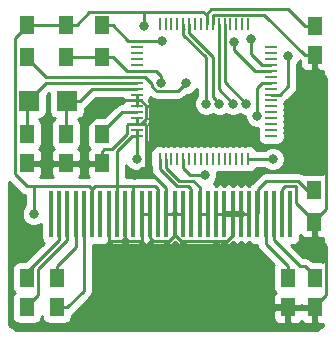
<source format=gtl>
G04 #@! TF.FileFunction,Copper,L1,Top,Signal*
%FSLAX46Y46*%
G04 Gerber Fmt 4.6, Leading zero omitted, Abs format (unit mm)*
G04 Created by KiCad (PCBNEW 4.0.7-e2-6376~58~ubuntu16.04.1) date Thu May  3 17:24:01 2018*
%MOMM*%
%LPD*%
G01*
G04 APERTURE LIST*
%ADD10C,0.100000*%
%ADD11R,0.350000X4.000000*%
%ADD12R,1.250000X1.500000*%
%ADD13R,1.300000X1.500000*%
%ADD14R,1.000000X0.250000*%
%ADD15R,0.250000X1.000000*%
%ADD16R,1.750000X1.800000*%
%ADD17C,0.800000*%
%ADD18C,0.250000*%
%ADD19C,0.254000*%
G04 APERTURE END LIST*
D10*
D11*
X99450000Y-106650000D03*
X100150000Y-106650000D03*
X100850000Y-106650000D03*
X101550000Y-106650000D03*
X102250000Y-106650000D03*
X102950000Y-106650000D03*
X103650000Y-106650000D03*
X104350000Y-106650000D03*
X105050000Y-106650000D03*
X105750000Y-106650000D03*
X106450000Y-106650000D03*
X107150000Y-106650000D03*
X107850000Y-106650000D03*
X108550000Y-106650000D03*
X109250000Y-106650000D03*
X109950000Y-106650000D03*
X110650000Y-106650000D03*
X111350000Y-106650000D03*
X112050000Y-106650000D03*
X112750000Y-106650000D03*
X113450000Y-106650000D03*
X114150000Y-106650000D03*
X114850000Y-106650000D03*
X115550000Y-106650000D03*
X116250000Y-106650000D03*
X116950000Y-106650000D03*
X117650000Y-106650000D03*
X118350000Y-106650000D03*
X119050000Y-106650000D03*
X119750000Y-106650000D03*
D12*
X97434000Y-112074000D03*
X97434000Y-114574000D03*
X103784000Y-99882000D03*
X103784000Y-102382000D03*
X121818000Y-90718000D03*
X121818000Y-93218000D03*
X97434000Y-99882000D03*
X97434000Y-102382000D03*
X100736000Y-99882000D03*
X100736000Y-102382000D03*
X99974000Y-112074000D03*
X99974000Y-114574000D03*
X119532000Y-112074000D03*
X119532000Y-114574000D03*
X121818000Y-112074000D03*
X121818000Y-114574000D03*
D13*
X97434000Y-90638000D03*
X97434000Y-93338000D03*
X100736000Y-90638000D03*
X100736000Y-93338000D03*
X103784000Y-93338000D03*
X103784000Y-90638000D03*
X121750000Y-104650000D03*
X121750000Y-107350000D03*
D14*
X106720000Y-92556000D03*
X106720000Y-93056000D03*
X106720000Y-93556000D03*
X106720000Y-94056000D03*
X106720000Y-94556000D03*
X106720000Y-95056000D03*
X106720000Y-95556000D03*
X106720000Y-96056000D03*
X106720000Y-96556000D03*
X106720000Y-97056000D03*
X106720000Y-97556000D03*
X106720000Y-98056000D03*
X106720000Y-98556000D03*
X106720000Y-99056000D03*
X106720000Y-99556000D03*
X106720000Y-100056000D03*
D15*
X108670000Y-102006000D03*
X109170000Y-102006000D03*
X109670000Y-102006000D03*
X110170000Y-102006000D03*
X110670000Y-102006000D03*
X111170000Y-102006000D03*
X111670000Y-102006000D03*
X112170000Y-102006000D03*
X112670000Y-102006000D03*
X113170000Y-102006000D03*
X113670000Y-102006000D03*
X114170000Y-102006000D03*
X114670000Y-102006000D03*
X115170000Y-102006000D03*
X115670000Y-102006000D03*
X116170000Y-102006000D03*
D14*
X118120000Y-100056000D03*
X118120000Y-99556000D03*
X118120000Y-99056000D03*
X118120000Y-98556000D03*
X118120000Y-98056000D03*
X118120000Y-97556000D03*
X118120000Y-97056000D03*
X118120000Y-96556000D03*
X118120000Y-96056000D03*
X118120000Y-95556000D03*
X118120000Y-95056000D03*
X118120000Y-94556000D03*
X118120000Y-94056000D03*
X118120000Y-93556000D03*
X118120000Y-93056000D03*
X118120000Y-92556000D03*
D15*
X116170000Y-90606000D03*
X115670000Y-90606000D03*
X115170000Y-90606000D03*
X114670000Y-90606000D03*
X114170000Y-90606000D03*
X113670000Y-90606000D03*
X113170000Y-90606000D03*
X112670000Y-90606000D03*
X112170000Y-90606000D03*
X111670000Y-90606000D03*
X111170000Y-90606000D03*
X110670000Y-90606000D03*
X110170000Y-90606000D03*
X109670000Y-90606000D03*
X109170000Y-90606000D03*
X108670000Y-90606000D03*
D16*
X97587000Y-97068000D03*
X100837000Y-97068000D03*
D17*
X106598600Y-103333800D03*
X117393600Y-114408200D03*
X120949600Y-97796600D03*
X120949600Y-102648000D03*
X99029400Y-99676200D03*
X107386000Y-90710000D03*
X106725600Y-102013000D03*
X98013400Y-106635800D03*
X115006000Y-92107000D03*
X116403000Y-91853000D03*
X108910000Y-91980000D03*
X110942000Y-95536000D03*
X108783000Y-95536000D03*
X112516800Y-103333800D03*
X118257200Y-102013000D03*
X119578000Y-93250000D03*
X116911000Y-98330000D03*
X113736000Y-97314000D03*
X114879000Y-97314000D03*
X112593000Y-97314000D03*
X116022000Y-97314000D03*
D18*
X100736000Y-102382000D02*
X102250000Y-102382000D01*
X102250000Y-102382000D02*
X103784000Y-102382000D01*
X106720000Y-97056000D02*
X104649998Y-97056000D01*
X104649998Y-97056000D02*
X102250000Y-99455998D01*
X102250000Y-99455998D02*
X102250000Y-102382000D01*
X121818000Y-93218000D02*
X120943000Y-93218000D01*
X120943000Y-93218000D02*
X117505999Y-89780999D01*
X117505999Y-89780999D02*
X113245001Y-89780999D01*
X113245001Y-89780999D02*
X113170000Y-89856000D01*
X113170000Y-89856000D02*
X113170000Y-90606000D01*
X122725001Y-97771200D02*
X122725001Y-106274999D01*
X122725001Y-95125001D02*
X122725001Y-97771200D01*
X122725001Y-97771200D02*
X122699601Y-97796600D01*
X122699601Y-97796600D02*
X120949600Y-97796600D01*
X121818000Y-93218000D02*
X121818000Y-94218000D01*
X121750000Y-107250000D02*
X121750000Y-107350000D01*
X121818000Y-94218000D02*
X122725001Y-95125001D01*
X122725001Y-106274999D02*
X121750000Y-107250000D01*
X107545001Y-102758591D02*
X107173809Y-102758591D01*
X107173809Y-102758591D02*
X106598600Y-103333800D01*
X107545001Y-102758591D02*
X107545001Y-99131001D01*
X115550000Y-106650000D02*
X116250000Y-106650000D01*
X114850000Y-106650000D02*
X115550000Y-106650000D01*
X114150000Y-106650000D02*
X114850000Y-106650000D01*
X113450000Y-106650000D02*
X114150000Y-106650000D01*
X109950000Y-106650000D02*
X110650000Y-106650000D01*
X109250000Y-106650000D02*
X109950000Y-106650000D01*
X109250000Y-106650000D02*
X109250000Y-104463590D01*
X109250000Y-104463590D02*
X107545001Y-102758591D01*
X107545001Y-99131001D02*
X107470000Y-99056000D01*
X107470000Y-99056000D02*
X106720000Y-99056000D01*
X117393600Y-114408200D02*
X119366200Y-114408200D01*
X119366200Y-114408200D02*
X119532000Y-114574000D01*
X122725001Y-106274999D02*
X122725001Y-102648000D01*
X120949600Y-102648000D02*
X122725001Y-102648000D01*
X97434000Y-102382000D02*
X99131000Y-102382000D01*
X99131000Y-102382000D02*
X100736000Y-102382000D01*
X99029400Y-99676200D02*
X99029400Y-102280400D01*
X99029400Y-102280400D02*
X99131000Y-102382000D01*
X121818000Y-114574000D02*
X119532000Y-114574000D01*
X121818000Y-114574000D02*
X121818000Y-114449000D01*
X121818000Y-114449000D02*
X122768001Y-113498999D01*
X122768001Y-113498999D02*
X122768001Y-109368001D01*
X122768001Y-109368001D02*
X121750000Y-108350000D01*
X121750000Y-108350000D02*
X121750000Y-107350000D01*
X122072000Y-114449000D02*
X122072000Y-114574000D01*
X109950000Y-106650000D02*
X109950000Y-108475000D01*
X109950000Y-108475000D02*
X110450001Y-108975001D01*
X110450001Y-108975001D02*
X114349999Y-108975001D01*
X114349999Y-108975001D02*
X114850000Y-108475000D01*
X114850000Y-108475000D02*
X114850000Y-106650000D01*
X107850000Y-106650000D02*
X107850000Y-108710002D01*
X107850000Y-108710002D02*
X108114999Y-108975001D01*
X108114999Y-108975001D02*
X109449999Y-108975001D01*
X109449999Y-108975001D02*
X109950000Y-108475000D01*
X105750000Y-106650000D02*
X105750000Y-108710002D01*
X105750000Y-108710002D02*
X106014999Y-108975001D01*
X106014999Y-108975001D02*
X107074999Y-108975001D01*
X107074999Y-108975001D02*
X107150000Y-108900000D01*
X107150000Y-108900000D02*
X107150000Y-106650000D01*
X105750000Y-108710002D02*
X105485001Y-108975001D01*
X105485001Y-108975001D02*
X104425001Y-108975001D01*
X104425001Y-108975001D02*
X104350000Y-108900000D01*
X104350000Y-108900000D02*
X104350000Y-106650000D01*
X107150000Y-106650000D02*
X107850000Y-106650000D01*
X106720000Y-99056000D02*
X107095000Y-99056000D01*
X107095000Y-99056000D02*
X107545001Y-98605999D01*
X107095000Y-97056000D02*
X106720000Y-97056000D01*
X107545001Y-98605999D02*
X107545001Y-97506001D01*
X107545001Y-97506001D02*
X107095000Y-97056000D01*
X103784000Y-102382000D02*
X103784000Y-101382000D01*
X103784000Y-101382000D02*
X104001401Y-101164599D01*
X105970000Y-99056000D02*
X106720000Y-99056000D01*
X104001401Y-101164599D02*
X104599991Y-101164599D01*
X104599991Y-101164599D02*
X105894999Y-99869591D01*
X105894999Y-99869591D02*
X105894999Y-99131001D01*
X105894999Y-99131001D02*
X105970000Y-99056000D01*
X106720000Y-97056000D02*
X106720000Y-96556000D01*
X106720000Y-97556000D02*
X106720000Y-97056000D01*
X106720000Y-99056000D02*
X106720000Y-98648001D01*
X119050000Y-106650000D02*
X119050000Y-104589998D01*
X120250001Y-104389999D02*
X120250001Y-105750001D01*
X119050000Y-104589998D02*
X119314999Y-104324999D01*
X119314999Y-104324999D02*
X120185001Y-104324999D01*
X120185001Y-104324999D02*
X120250001Y-104389999D01*
X120250001Y-105750001D02*
X121750000Y-107250000D01*
X102711001Y-89562999D02*
X107386000Y-89562999D01*
X107386000Y-89562999D02*
X112376999Y-89562999D01*
X107386000Y-90710000D02*
X107386000Y-89562999D01*
X121818000Y-90718000D02*
X120943000Y-90718000D01*
X112670000Y-89856000D02*
X112670000Y-90606000D01*
X120943000Y-90718000D02*
X119555989Y-89330989D01*
X119555989Y-89330989D02*
X113058600Y-89330990D01*
X113058600Y-89330990D02*
X112670000Y-89719590D01*
X112670000Y-89719590D02*
X112670000Y-89856000D01*
X106720000Y-100056000D02*
X106720000Y-102007400D01*
X106720000Y-102007400D02*
X106725600Y-102013000D01*
X108550000Y-106650000D02*
X108550000Y-104589998D01*
X108550000Y-104589998D02*
X108285001Y-104324999D01*
X108285001Y-104324999D02*
X106525001Y-104324999D01*
X106525001Y-104324999D02*
X106450000Y-104400000D01*
X106450000Y-104400000D02*
X106450000Y-106650000D01*
X97416997Y-104324999D02*
X98013400Y-104324999D01*
X98013400Y-104324999D02*
X102685001Y-104324999D01*
X98013400Y-106635800D02*
X98013400Y-104324999D01*
X102975000Y-106675000D02*
X102950000Y-106650000D01*
X97434000Y-90638000D02*
X97434000Y-90738000D01*
X97434000Y-90738000D02*
X96386999Y-91785001D01*
X96386999Y-91785001D02*
X96386999Y-103295001D01*
X96386999Y-103295001D02*
X97416997Y-104324999D01*
X102685001Y-104324999D02*
X102950000Y-104589998D01*
X100736000Y-90638000D02*
X101636000Y-90638000D01*
X101636000Y-90638000D02*
X102711001Y-89562999D01*
X112376999Y-89562999D02*
X112670000Y-89856000D01*
X97434000Y-90638000D02*
X100736000Y-90638000D01*
X106720000Y-100056000D02*
X106720000Y-99556000D01*
X105050000Y-106650000D02*
X105050000Y-101351000D01*
X106345000Y-100056000D02*
X106720000Y-100056000D01*
X105050000Y-101351000D02*
X106345000Y-100056000D01*
X102950000Y-106650000D02*
X102950000Y-104589998D01*
X102950000Y-104589998D02*
X103214999Y-104324999D01*
X103214999Y-104324999D02*
X104974999Y-104324999D01*
X104974999Y-104324999D02*
X105050000Y-104400000D01*
X105050000Y-104400000D02*
X105050000Y-106650000D01*
X105050000Y-104400000D02*
X105125001Y-104324999D01*
X105125001Y-104324999D02*
X106374999Y-104324999D01*
X106374999Y-104324999D02*
X106450000Y-104400000D01*
X106720000Y-98056000D02*
X105485000Y-98056000D01*
X105485000Y-98056000D02*
X103784000Y-99757000D01*
X103784000Y-99757000D02*
X103784000Y-99882000D01*
X97587000Y-97068000D02*
X97587000Y-97043000D01*
X97587000Y-97043000D02*
X99074000Y-95556000D01*
X99074000Y-95556000D02*
X106720000Y-95556000D01*
X97434000Y-99882000D02*
X97434000Y-97221000D01*
X97434000Y-97221000D02*
X97587000Y-97068000D01*
X100837000Y-97068000D02*
X101962000Y-97068000D01*
X101962000Y-97068000D02*
X102974000Y-96056000D01*
X102974000Y-96056000D02*
X106720000Y-96056000D01*
X100736000Y-99882000D02*
X100736000Y-97169000D01*
X100736000Y-97169000D02*
X100837000Y-97068000D01*
X97434000Y-112074000D02*
X97434000Y-111616000D01*
X97434000Y-111616000D02*
X100150000Y-108900000D01*
X100150000Y-108900000D02*
X100150000Y-106650000D01*
X100850000Y-106650000D02*
X100850000Y-108900000D01*
X100850000Y-108900000D02*
X98384001Y-111365999D01*
X97434000Y-114449000D02*
X97434000Y-114574000D01*
X98384001Y-111365999D02*
X98384001Y-113498999D01*
X98384001Y-113498999D02*
X97434000Y-114449000D01*
X99974000Y-112074000D02*
X99974000Y-111074000D01*
X99974000Y-111074000D02*
X101550000Y-109498000D01*
X101550000Y-109498000D02*
X101550000Y-106650000D01*
X102250000Y-106650000D02*
X102250000Y-113173000D01*
X102250000Y-113173000D02*
X100849000Y-114574000D01*
X100849000Y-114574000D02*
X99974000Y-114574000D01*
X119532000Y-112074000D02*
X119532000Y-111074000D01*
X119532000Y-111074000D02*
X117650000Y-109192000D01*
X117650000Y-109192000D02*
X117650000Y-106650000D01*
X121818000Y-112074000D02*
X121818000Y-111949000D01*
X121818000Y-111949000D02*
X120943000Y-111074000D01*
X120943000Y-111074000D02*
X120524000Y-111074000D01*
X120524000Y-111074000D02*
X118350000Y-108900000D01*
X118350000Y-108900000D02*
X118350000Y-106650000D01*
X122072000Y-112074000D02*
X122072000Y-111949000D01*
X115006000Y-92796583D02*
X115006000Y-92107000D01*
X118120000Y-94556000D02*
X116765417Y-94556000D01*
X116765417Y-94556000D02*
X115006000Y-92796583D01*
X118109400Y-94545400D02*
X118120000Y-94556000D01*
X116403000Y-93089000D02*
X116403000Y-91853000D01*
X118120000Y-94056000D02*
X117370000Y-94056000D01*
X117370000Y-94056000D02*
X116403000Y-93089000D01*
X103784000Y-90638000D02*
X104684000Y-90638000D01*
X104684000Y-90638000D02*
X106026000Y-91980000D01*
X106026000Y-91980000D02*
X108910000Y-91980000D01*
X106720000Y-95056000D02*
X107470000Y-95056000D01*
X107470000Y-95056000D02*
X108057999Y-95643999D01*
X108057999Y-95884001D02*
X108434999Y-96261001D01*
X110216999Y-96261001D02*
X110942000Y-95536000D01*
X108057999Y-95643999D02*
X108057999Y-95884001D01*
X108434999Y-96261001D02*
X110216999Y-96261001D01*
X106720000Y-95056000D02*
X99052000Y-95056000D01*
X99052000Y-95056000D02*
X97434000Y-93438000D01*
X97434000Y-93438000D02*
X97434000Y-93338000D01*
X108783000Y-95536000D02*
X108783000Y-94970315D01*
X108783000Y-94970315D02*
X108368685Y-94556000D01*
X108368685Y-94556000D02*
X106720000Y-94556000D01*
X103784000Y-93338000D02*
X104684000Y-93338000D01*
X104684000Y-93338000D02*
X105902000Y-94556000D01*
X105902000Y-94556000D02*
X106720000Y-94556000D01*
X100736000Y-93338000D02*
X103784000Y-93338000D01*
X121750000Y-104650000D02*
X121146412Y-104650000D01*
X116992000Y-106608000D02*
X116950000Y-106650000D01*
X121146412Y-104650000D02*
X120371401Y-103874989D01*
X120371401Y-103874989D02*
X117665009Y-103874989D01*
X117665009Y-103874989D02*
X116992000Y-104547998D01*
X116992000Y-104547998D02*
X116992000Y-106608000D01*
X108670000Y-102006000D02*
X108670000Y-102892410D01*
X111350000Y-104589998D02*
X111350000Y-106650000D01*
X108670000Y-102892410D02*
X110102589Y-104324999D01*
X110102589Y-104324999D02*
X111085001Y-104324999D01*
X111085001Y-104324999D02*
X111350000Y-104589998D01*
X112050000Y-106650000D02*
X112750000Y-106650000D01*
X109170000Y-102006000D02*
X109170000Y-102756000D01*
X112050000Y-104400000D02*
X112050000Y-106650000D01*
X109170000Y-102756000D02*
X110288989Y-103874989D01*
X111524989Y-103874989D02*
X112050000Y-104400000D01*
X110288989Y-103874989D02*
X111524989Y-103874989D01*
X110670000Y-102006000D02*
X110670000Y-102756000D01*
X110670000Y-102756000D02*
X111247800Y-103333800D01*
X111247800Y-103333800D02*
X112516800Y-103333800D01*
X116170000Y-102006000D02*
X118250200Y-102006000D01*
X118250200Y-102006000D02*
X118257200Y-102013000D01*
X118120000Y-96556000D02*
X118870000Y-96556000D01*
X118870000Y-96556000D02*
X119578000Y-95848000D01*
X119578000Y-95848000D02*
X119578000Y-93250000D01*
X118120000Y-95556000D02*
X117370000Y-95556000D01*
X117370000Y-95556000D02*
X116911000Y-96015000D01*
X116911000Y-96015000D02*
X116911000Y-98330000D01*
X118100000Y-95536000D02*
X118120000Y-95556000D01*
X111170000Y-90606000D02*
X111170000Y-91356000D01*
X111170000Y-91356000D02*
X113219990Y-93405990D01*
X113219990Y-93405990D02*
X113219990Y-96797990D01*
X113219990Y-96797990D02*
X113336001Y-96914001D01*
X113336001Y-96914001D02*
X113736000Y-97314000D01*
X113670000Y-90606000D02*
X113670000Y-96105000D01*
X113670000Y-96105000D02*
X114879000Y-97314000D01*
X112593000Y-97314000D02*
X112593000Y-93415410D01*
X112593000Y-93415410D02*
X110670000Y-91492410D01*
X110670000Y-91492410D02*
X110670000Y-91356000D01*
X110670000Y-91356000D02*
X110670000Y-90606000D01*
X110670000Y-90606000D02*
X110670000Y-90982000D01*
X110670000Y-90982000D02*
X110719990Y-91031990D01*
X116022000Y-97314000D02*
X114219999Y-95511999D01*
X114219999Y-95511999D02*
X114219999Y-90556001D01*
X114219999Y-90556001D02*
X114170000Y-90606000D01*
D19*
G36*
X96879596Y-104862400D02*
X97126158Y-105027147D01*
X97253400Y-105052457D01*
X97253400Y-105932039D01*
X97136481Y-106048754D01*
X96978580Y-106429023D01*
X96978221Y-106840771D01*
X97135458Y-107221315D01*
X97426354Y-107512719D01*
X97806623Y-107670620D01*
X98218371Y-107670979D01*
X98598915Y-107513742D01*
X98627560Y-107485147D01*
X98627560Y-108650000D01*
X98671838Y-108885317D01*
X98810910Y-109101441D01*
X98848246Y-109126952D01*
X97298638Y-110676560D01*
X96809000Y-110676560D01*
X96573683Y-110720838D01*
X96357559Y-110859910D01*
X96212569Y-111072110D01*
X96161560Y-111324000D01*
X96161560Y-112824000D01*
X96205838Y-113059317D01*
X96344910Y-113275441D01*
X96414711Y-113323134D01*
X96357559Y-113359910D01*
X96212569Y-113572110D01*
X96161560Y-113824000D01*
X96161560Y-115324000D01*
X96205838Y-115559317D01*
X96344910Y-115775441D01*
X96557110Y-115920431D01*
X96809000Y-115971440D01*
X98059000Y-115971440D01*
X98294317Y-115927162D01*
X98510441Y-115788090D01*
X98655431Y-115575890D01*
X98703910Y-115336491D01*
X98745838Y-115559317D01*
X98884910Y-115775441D01*
X99097110Y-115920431D01*
X99349000Y-115971440D01*
X100599000Y-115971440D01*
X100834317Y-115927162D01*
X101050441Y-115788090D01*
X101195431Y-115575890D01*
X101246440Y-115324000D01*
X101246440Y-115204920D01*
X101386401Y-115111401D01*
X101638052Y-114859750D01*
X118272000Y-114859750D01*
X118272000Y-115450309D01*
X118368673Y-115683698D01*
X118547301Y-115862327D01*
X118780690Y-115959000D01*
X119246250Y-115959000D01*
X119405000Y-115800250D01*
X119405000Y-114701000D01*
X119659000Y-114701000D01*
X119659000Y-115800250D01*
X119817750Y-115959000D01*
X120283310Y-115959000D01*
X120516699Y-115862327D01*
X120675000Y-115704025D01*
X120833301Y-115862327D01*
X121066690Y-115959000D01*
X121532250Y-115959000D01*
X121691000Y-115800250D01*
X121691000Y-114701000D01*
X120716750Y-114701000D01*
X120675000Y-114742750D01*
X120633250Y-114701000D01*
X119659000Y-114701000D01*
X119405000Y-114701000D01*
X118430750Y-114701000D01*
X118272000Y-114859750D01*
X101638052Y-114859750D01*
X102787401Y-113710401D01*
X102952148Y-113463840D01*
X103010000Y-113173000D01*
X103010000Y-109297440D01*
X103125000Y-109297440D01*
X103306424Y-109263303D01*
X103475000Y-109297440D01*
X103825000Y-109297440D01*
X103999469Y-109264611D01*
X104048691Y-109285000D01*
X104103750Y-109285000D01*
X104262500Y-109126250D01*
X104262500Y-109123061D01*
X104276441Y-109114090D01*
X104349884Y-109006603D01*
X104410910Y-109101441D01*
X104437500Y-109119609D01*
X104437500Y-109126250D01*
X104596250Y-109285000D01*
X104651309Y-109285000D01*
X104704589Y-109262931D01*
X104875000Y-109297440D01*
X105225000Y-109297440D01*
X105399469Y-109264611D01*
X105448691Y-109285000D01*
X105503750Y-109285000D01*
X105662500Y-109126250D01*
X105662500Y-109123061D01*
X105676441Y-109114090D01*
X105749884Y-109006603D01*
X105810910Y-109101441D01*
X105837500Y-109119609D01*
X105837500Y-109126250D01*
X105996250Y-109285000D01*
X106051309Y-109285000D01*
X106104589Y-109262931D01*
X106275000Y-109297440D01*
X106625000Y-109297440D01*
X106799469Y-109264611D01*
X106848691Y-109285000D01*
X106903750Y-109285000D01*
X107062500Y-109126250D01*
X107062500Y-109123061D01*
X107076441Y-109114090D01*
X107143265Y-109016290D01*
X107237500Y-109110525D01*
X107237500Y-109126250D01*
X107396250Y-109285000D01*
X107451309Y-109285000D01*
X107500000Y-109264832D01*
X107548691Y-109285000D01*
X107603750Y-109285000D01*
X107762500Y-109126250D01*
X107762500Y-109110525D01*
X107856359Y-109016667D01*
X107910910Y-109101441D01*
X107937500Y-109119609D01*
X107937500Y-109126250D01*
X108096250Y-109285000D01*
X108151309Y-109285000D01*
X108204589Y-109262931D01*
X108375000Y-109297440D01*
X108725000Y-109297440D01*
X108899469Y-109264611D01*
X108948691Y-109285000D01*
X109003750Y-109285000D01*
X109162500Y-109126250D01*
X109162500Y-109123061D01*
X109176441Y-109114090D01*
X109243265Y-109016290D01*
X109337500Y-109110525D01*
X109337500Y-109126250D01*
X109496250Y-109285000D01*
X109551309Y-109285000D01*
X109600000Y-109264832D01*
X109648691Y-109285000D01*
X109703750Y-109285000D01*
X109862500Y-109126250D01*
X109862500Y-109110525D01*
X109950000Y-109023026D01*
X110037500Y-109110525D01*
X110037500Y-109126250D01*
X110196250Y-109285000D01*
X110251309Y-109285000D01*
X110300000Y-109264832D01*
X110348691Y-109285000D01*
X110403750Y-109285000D01*
X110562500Y-109126250D01*
X110562500Y-109110525D01*
X110656359Y-109016667D01*
X110710910Y-109101441D01*
X110737500Y-109119609D01*
X110737500Y-109126250D01*
X110896250Y-109285000D01*
X110951309Y-109285000D01*
X111004589Y-109262931D01*
X111175000Y-109297440D01*
X111525000Y-109297440D01*
X111706424Y-109263303D01*
X111875000Y-109297440D01*
X112225000Y-109297440D01*
X112406424Y-109263303D01*
X112575000Y-109297440D01*
X112925000Y-109297440D01*
X113099469Y-109264611D01*
X113148691Y-109285000D01*
X113203750Y-109285000D01*
X113362500Y-109126250D01*
X113362500Y-109123061D01*
X113376441Y-109114090D01*
X113443265Y-109016290D01*
X113537500Y-109110525D01*
X113537500Y-109126250D01*
X113696250Y-109285000D01*
X113751309Y-109285000D01*
X113800000Y-109264832D01*
X113848691Y-109285000D01*
X113903750Y-109285000D01*
X114062500Y-109126250D01*
X114062500Y-109110525D01*
X114150000Y-109023026D01*
X114237500Y-109110525D01*
X114237500Y-109126250D01*
X114396250Y-109285000D01*
X114451309Y-109285000D01*
X114500000Y-109264832D01*
X114548691Y-109285000D01*
X114603750Y-109285000D01*
X114762500Y-109126250D01*
X114762500Y-109110525D01*
X114850000Y-109023026D01*
X114937500Y-109110525D01*
X114937500Y-109126250D01*
X115096250Y-109285000D01*
X115151309Y-109285000D01*
X115200000Y-109264832D01*
X115248691Y-109285000D01*
X115303750Y-109285000D01*
X115462500Y-109126250D01*
X115462500Y-109110525D01*
X115550000Y-109023026D01*
X115637500Y-109110525D01*
X115637500Y-109126250D01*
X115796250Y-109285000D01*
X115851309Y-109285000D01*
X115900000Y-109264832D01*
X115948691Y-109285000D01*
X116003750Y-109285000D01*
X116162500Y-109126250D01*
X116162500Y-109110525D01*
X116256359Y-109016667D01*
X116310910Y-109101441D01*
X116337500Y-109119609D01*
X116337500Y-109126250D01*
X116496250Y-109285000D01*
X116551309Y-109285000D01*
X116604589Y-109262931D01*
X116775000Y-109297440D01*
X116910974Y-109297440D01*
X116947852Y-109482839D01*
X117112599Y-109729401D01*
X118369321Y-110986123D01*
X118310569Y-111072110D01*
X118259560Y-111324000D01*
X118259560Y-112824000D01*
X118303838Y-113059317D01*
X118442910Y-113275441D01*
X118511006Y-113321969D01*
X118368673Y-113464302D01*
X118272000Y-113697691D01*
X118272000Y-114288250D01*
X118430750Y-114447000D01*
X119405000Y-114447000D01*
X119405000Y-114427000D01*
X119659000Y-114427000D01*
X119659000Y-114447000D01*
X120633250Y-114447000D01*
X120675000Y-114405250D01*
X120716750Y-114447000D01*
X121691000Y-114447000D01*
X121691000Y-114427000D01*
X121945000Y-114427000D01*
X121945000Y-114447000D01*
X121965000Y-114447000D01*
X121965000Y-114701000D01*
X121945000Y-114701000D01*
X121945000Y-115800250D01*
X122103750Y-115959000D01*
X122540000Y-115959000D01*
X122540000Y-116107968D01*
X122472862Y-116135777D01*
X122148438Y-116352549D01*
X121989501Y-116511487D01*
X121977988Y-116523000D01*
X96522013Y-116523000D01*
X96351562Y-116352550D01*
X96351561Y-116352549D01*
X96027138Y-116135776D01*
X95960000Y-116107967D01*
X95960000Y-103942804D01*
X96879596Y-104862400D01*
X96879596Y-104862400D01*
G37*
X96879596Y-104862400D02*
X97126158Y-105027147D01*
X97253400Y-105052457D01*
X97253400Y-105932039D01*
X97136481Y-106048754D01*
X96978580Y-106429023D01*
X96978221Y-106840771D01*
X97135458Y-107221315D01*
X97426354Y-107512719D01*
X97806623Y-107670620D01*
X98218371Y-107670979D01*
X98598915Y-107513742D01*
X98627560Y-107485147D01*
X98627560Y-108650000D01*
X98671838Y-108885317D01*
X98810910Y-109101441D01*
X98848246Y-109126952D01*
X97298638Y-110676560D01*
X96809000Y-110676560D01*
X96573683Y-110720838D01*
X96357559Y-110859910D01*
X96212569Y-111072110D01*
X96161560Y-111324000D01*
X96161560Y-112824000D01*
X96205838Y-113059317D01*
X96344910Y-113275441D01*
X96414711Y-113323134D01*
X96357559Y-113359910D01*
X96212569Y-113572110D01*
X96161560Y-113824000D01*
X96161560Y-115324000D01*
X96205838Y-115559317D01*
X96344910Y-115775441D01*
X96557110Y-115920431D01*
X96809000Y-115971440D01*
X98059000Y-115971440D01*
X98294317Y-115927162D01*
X98510441Y-115788090D01*
X98655431Y-115575890D01*
X98703910Y-115336491D01*
X98745838Y-115559317D01*
X98884910Y-115775441D01*
X99097110Y-115920431D01*
X99349000Y-115971440D01*
X100599000Y-115971440D01*
X100834317Y-115927162D01*
X101050441Y-115788090D01*
X101195431Y-115575890D01*
X101246440Y-115324000D01*
X101246440Y-115204920D01*
X101386401Y-115111401D01*
X101638052Y-114859750D01*
X118272000Y-114859750D01*
X118272000Y-115450309D01*
X118368673Y-115683698D01*
X118547301Y-115862327D01*
X118780690Y-115959000D01*
X119246250Y-115959000D01*
X119405000Y-115800250D01*
X119405000Y-114701000D01*
X119659000Y-114701000D01*
X119659000Y-115800250D01*
X119817750Y-115959000D01*
X120283310Y-115959000D01*
X120516699Y-115862327D01*
X120675000Y-115704025D01*
X120833301Y-115862327D01*
X121066690Y-115959000D01*
X121532250Y-115959000D01*
X121691000Y-115800250D01*
X121691000Y-114701000D01*
X120716750Y-114701000D01*
X120675000Y-114742750D01*
X120633250Y-114701000D01*
X119659000Y-114701000D01*
X119405000Y-114701000D01*
X118430750Y-114701000D01*
X118272000Y-114859750D01*
X101638052Y-114859750D01*
X102787401Y-113710401D01*
X102952148Y-113463840D01*
X103010000Y-113173000D01*
X103010000Y-109297440D01*
X103125000Y-109297440D01*
X103306424Y-109263303D01*
X103475000Y-109297440D01*
X103825000Y-109297440D01*
X103999469Y-109264611D01*
X104048691Y-109285000D01*
X104103750Y-109285000D01*
X104262500Y-109126250D01*
X104262500Y-109123061D01*
X104276441Y-109114090D01*
X104349884Y-109006603D01*
X104410910Y-109101441D01*
X104437500Y-109119609D01*
X104437500Y-109126250D01*
X104596250Y-109285000D01*
X104651309Y-109285000D01*
X104704589Y-109262931D01*
X104875000Y-109297440D01*
X105225000Y-109297440D01*
X105399469Y-109264611D01*
X105448691Y-109285000D01*
X105503750Y-109285000D01*
X105662500Y-109126250D01*
X105662500Y-109123061D01*
X105676441Y-109114090D01*
X105749884Y-109006603D01*
X105810910Y-109101441D01*
X105837500Y-109119609D01*
X105837500Y-109126250D01*
X105996250Y-109285000D01*
X106051309Y-109285000D01*
X106104589Y-109262931D01*
X106275000Y-109297440D01*
X106625000Y-109297440D01*
X106799469Y-109264611D01*
X106848691Y-109285000D01*
X106903750Y-109285000D01*
X107062500Y-109126250D01*
X107062500Y-109123061D01*
X107076441Y-109114090D01*
X107143265Y-109016290D01*
X107237500Y-109110525D01*
X107237500Y-109126250D01*
X107396250Y-109285000D01*
X107451309Y-109285000D01*
X107500000Y-109264832D01*
X107548691Y-109285000D01*
X107603750Y-109285000D01*
X107762500Y-109126250D01*
X107762500Y-109110525D01*
X107856359Y-109016667D01*
X107910910Y-109101441D01*
X107937500Y-109119609D01*
X107937500Y-109126250D01*
X108096250Y-109285000D01*
X108151309Y-109285000D01*
X108204589Y-109262931D01*
X108375000Y-109297440D01*
X108725000Y-109297440D01*
X108899469Y-109264611D01*
X108948691Y-109285000D01*
X109003750Y-109285000D01*
X109162500Y-109126250D01*
X109162500Y-109123061D01*
X109176441Y-109114090D01*
X109243265Y-109016290D01*
X109337500Y-109110525D01*
X109337500Y-109126250D01*
X109496250Y-109285000D01*
X109551309Y-109285000D01*
X109600000Y-109264832D01*
X109648691Y-109285000D01*
X109703750Y-109285000D01*
X109862500Y-109126250D01*
X109862500Y-109110525D01*
X109950000Y-109023026D01*
X110037500Y-109110525D01*
X110037500Y-109126250D01*
X110196250Y-109285000D01*
X110251309Y-109285000D01*
X110300000Y-109264832D01*
X110348691Y-109285000D01*
X110403750Y-109285000D01*
X110562500Y-109126250D01*
X110562500Y-109110525D01*
X110656359Y-109016667D01*
X110710910Y-109101441D01*
X110737500Y-109119609D01*
X110737500Y-109126250D01*
X110896250Y-109285000D01*
X110951309Y-109285000D01*
X111004589Y-109262931D01*
X111175000Y-109297440D01*
X111525000Y-109297440D01*
X111706424Y-109263303D01*
X111875000Y-109297440D01*
X112225000Y-109297440D01*
X112406424Y-109263303D01*
X112575000Y-109297440D01*
X112925000Y-109297440D01*
X113099469Y-109264611D01*
X113148691Y-109285000D01*
X113203750Y-109285000D01*
X113362500Y-109126250D01*
X113362500Y-109123061D01*
X113376441Y-109114090D01*
X113443265Y-109016290D01*
X113537500Y-109110525D01*
X113537500Y-109126250D01*
X113696250Y-109285000D01*
X113751309Y-109285000D01*
X113800000Y-109264832D01*
X113848691Y-109285000D01*
X113903750Y-109285000D01*
X114062500Y-109126250D01*
X114062500Y-109110525D01*
X114150000Y-109023026D01*
X114237500Y-109110525D01*
X114237500Y-109126250D01*
X114396250Y-109285000D01*
X114451309Y-109285000D01*
X114500000Y-109264832D01*
X114548691Y-109285000D01*
X114603750Y-109285000D01*
X114762500Y-109126250D01*
X114762500Y-109110525D01*
X114850000Y-109023026D01*
X114937500Y-109110525D01*
X114937500Y-109126250D01*
X115096250Y-109285000D01*
X115151309Y-109285000D01*
X115200000Y-109264832D01*
X115248691Y-109285000D01*
X115303750Y-109285000D01*
X115462500Y-109126250D01*
X115462500Y-109110525D01*
X115550000Y-109023026D01*
X115637500Y-109110525D01*
X115637500Y-109126250D01*
X115796250Y-109285000D01*
X115851309Y-109285000D01*
X115900000Y-109264832D01*
X115948691Y-109285000D01*
X116003750Y-109285000D01*
X116162500Y-109126250D01*
X116162500Y-109110525D01*
X116256359Y-109016667D01*
X116310910Y-109101441D01*
X116337500Y-109119609D01*
X116337500Y-109126250D01*
X116496250Y-109285000D01*
X116551309Y-109285000D01*
X116604589Y-109262931D01*
X116775000Y-109297440D01*
X116910974Y-109297440D01*
X116947852Y-109482839D01*
X117112599Y-109729401D01*
X118369321Y-110986123D01*
X118310569Y-111072110D01*
X118259560Y-111324000D01*
X118259560Y-112824000D01*
X118303838Y-113059317D01*
X118442910Y-113275441D01*
X118511006Y-113321969D01*
X118368673Y-113464302D01*
X118272000Y-113697691D01*
X118272000Y-114288250D01*
X118430750Y-114447000D01*
X119405000Y-114447000D01*
X119405000Y-114427000D01*
X119659000Y-114427000D01*
X119659000Y-114447000D01*
X120633250Y-114447000D01*
X120675000Y-114405250D01*
X120716750Y-114447000D01*
X121691000Y-114447000D01*
X121691000Y-114427000D01*
X121945000Y-114427000D01*
X121945000Y-114447000D01*
X121965000Y-114447000D01*
X121965000Y-114701000D01*
X121945000Y-114701000D01*
X121945000Y-115800250D01*
X122103750Y-115959000D01*
X122540000Y-115959000D01*
X122540000Y-116107968D01*
X122472862Y-116135777D01*
X122148438Y-116352549D01*
X121989501Y-116511487D01*
X121977988Y-116523000D01*
X96522013Y-116523000D01*
X96351562Y-116352550D01*
X96351561Y-116352549D01*
X96027138Y-116135776D01*
X95960000Y-116107967D01*
X95960000Y-103942804D01*
X96879596Y-104862400D01*
G36*
X121877000Y-107223000D02*
X121897000Y-107223000D01*
X121897000Y-107477000D01*
X121877000Y-107477000D01*
X121877000Y-108576250D01*
X122035750Y-108735000D01*
X122526310Y-108735000D01*
X122540000Y-108729329D01*
X122540000Y-110696203D01*
X122443000Y-110676560D01*
X121620362Y-110676560D01*
X121480401Y-110536599D01*
X121233839Y-110371852D01*
X120943000Y-110314000D01*
X120838802Y-110314000D01*
X119822242Y-109297440D01*
X119925000Y-109297440D01*
X120160317Y-109253162D01*
X120376441Y-109114090D01*
X120521431Y-108901890D01*
X120572440Y-108650000D01*
X120572440Y-108470465D01*
X120740301Y-108638327D01*
X120973690Y-108735000D01*
X121464250Y-108735000D01*
X121623000Y-108576250D01*
X121623000Y-107477000D01*
X121603000Y-107477000D01*
X121603000Y-107223000D01*
X121623000Y-107223000D01*
X121623000Y-107203000D01*
X121877000Y-107203000D01*
X121877000Y-107223000D01*
X121877000Y-107223000D01*
G37*
X121877000Y-107223000D02*
X121897000Y-107223000D01*
X121897000Y-107477000D01*
X121877000Y-107477000D01*
X121877000Y-108576250D01*
X122035750Y-108735000D01*
X122526310Y-108735000D01*
X122540000Y-108729329D01*
X122540000Y-110696203D01*
X122443000Y-110676560D01*
X121620362Y-110676560D01*
X121480401Y-110536599D01*
X121233839Y-110371852D01*
X120943000Y-110314000D01*
X120838802Y-110314000D01*
X119822242Y-109297440D01*
X119925000Y-109297440D01*
X120160317Y-109253162D01*
X120376441Y-109114090D01*
X120521431Y-108901890D01*
X120572440Y-108650000D01*
X120572440Y-108470465D01*
X120740301Y-108638327D01*
X120973690Y-108735000D01*
X121464250Y-108735000D01*
X121623000Y-108576250D01*
X121623000Y-107477000D01*
X121603000Y-107477000D01*
X121603000Y-107223000D01*
X121623000Y-107223000D01*
X121623000Y-107203000D01*
X121877000Y-107203000D01*
X121877000Y-107223000D01*
G36*
X115598750Y-106523000D02*
X115697000Y-106523000D01*
X115697000Y-106777000D01*
X115598750Y-106777000D01*
X115550000Y-106825750D01*
X115501250Y-106777000D01*
X114898750Y-106777000D01*
X114850000Y-106825750D01*
X114801250Y-106777000D01*
X114198750Y-106777000D01*
X114150000Y-106825750D01*
X114101250Y-106777000D01*
X114003000Y-106777000D01*
X114003000Y-106523000D01*
X114101250Y-106523000D01*
X114150000Y-106474250D01*
X114198750Y-106523000D01*
X114801250Y-106523000D01*
X114850000Y-106474250D01*
X114898750Y-106523000D01*
X115501250Y-106523000D01*
X115550000Y-106474250D01*
X115598750Y-106523000D01*
X115598750Y-106523000D01*
G37*
X115598750Y-106523000D02*
X115697000Y-106523000D01*
X115697000Y-106777000D01*
X115598750Y-106777000D01*
X115550000Y-106825750D01*
X115501250Y-106777000D01*
X114898750Y-106777000D01*
X114850000Y-106825750D01*
X114801250Y-106777000D01*
X114198750Y-106777000D01*
X114150000Y-106825750D01*
X114101250Y-106777000D01*
X114003000Y-106777000D01*
X114003000Y-106523000D01*
X114101250Y-106523000D01*
X114150000Y-106474250D01*
X114198750Y-106523000D01*
X114801250Y-106523000D01*
X114850000Y-106474250D01*
X114898750Y-106523000D01*
X115501250Y-106523000D01*
X115550000Y-106474250D01*
X115598750Y-106523000D01*
G36*
X109998750Y-106523000D02*
X110097000Y-106523000D01*
X110097000Y-106777000D01*
X109998750Y-106777000D01*
X109950000Y-106825750D01*
X109901250Y-106777000D01*
X109803000Y-106777000D01*
X109803000Y-106523000D01*
X109901250Y-106523000D01*
X109921250Y-106503000D01*
X109978750Y-106503000D01*
X109998750Y-106523000D01*
X109998750Y-106523000D01*
G37*
X109998750Y-106523000D02*
X110097000Y-106523000D01*
X110097000Y-106777000D01*
X109998750Y-106777000D01*
X109950000Y-106825750D01*
X109901250Y-106777000D01*
X109803000Y-106777000D01*
X109803000Y-106523000D01*
X109901250Y-106523000D01*
X109921250Y-106503000D01*
X109978750Y-106503000D01*
X109998750Y-106523000D01*
G36*
X121945000Y-93091000D02*
X121965000Y-93091000D01*
X121965000Y-93345000D01*
X121945000Y-93345000D01*
X121945000Y-94444250D01*
X122103750Y-94603000D01*
X122540000Y-94603000D01*
X122540000Y-103280911D01*
X122400000Y-103252560D01*
X121100000Y-103252560D01*
X120864683Y-103296838D01*
X120856090Y-103302367D01*
X120662240Y-103172841D01*
X120371401Y-103114989D01*
X117665009Y-103114989D01*
X117422423Y-103163243D01*
X117374169Y-103172841D01*
X117127608Y-103337588D01*
X116454599Y-104010597D01*
X116361862Y-104149388D01*
X116337500Y-104173750D01*
X116337500Y-104176939D01*
X116323559Y-104185910D01*
X116256735Y-104283710D01*
X116162500Y-104189475D01*
X116162500Y-104173750D01*
X116003750Y-104015000D01*
X115948691Y-104015000D01*
X115900000Y-104035168D01*
X115851309Y-104015000D01*
X115796250Y-104015000D01*
X115637500Y-104173750D01*
X115637500Y-104189475D01*
X115550000Y-104276974D01*
X115462500Y-104189475D01*
X115462500Y-104173750D01*
X115303750Y-104015000D01*
X115248691Y-104015000D01*
X115200000Y-104035168D01*
X115151309Y-104015000D01*
X115096250Y-104015000D01*
X114937500Y-104173750D01*
X114937500Y-104189475D01*
X114850000Y-104276974D01*
X114762500Y-104189475D01*
X114762500Y-104173750D01*
X114603750Y-104015000D01*
X114548691Y-104015000D01*
X114500000Y-104035168D01*
X114451309Y-104015000D01*
X114396250Y-104015000D01*
X114237500Y-104173750D01*
X114237500Y-104189475D01*
X114150000Y-104276974D01*
X114062500Y-104189475D01*
X114062500Y-104173750D01*
X113903750Y-104015000D01*
X113848691Y-104015000D01*
X113800000Y-104035168D01*
X113751309Y-104015000D01*
X113696250Y-104015000D01*
X113537500Y-104173750D01*
X113537500Y-104189475D01*
X113443641Y-104283333D01*
X113389090Y-104198559D01*
X113362500Y-104180391D01*
X113362500Y-104173750D01*
X113251534Y-104062784D01*
X113393719Y-103920846D01*
X113551620Y-103540577D01*
X113551958Y-103153440D01*
X113795000Y-103153440D01*
X113924589Y-103129056D01*
X114045000Y-103153440D01*
X114295000Y-103153440D01*
X114424589Y-103129056D01*
X114545000Y-103153440D01*
X114795000Y-103153440D01*
X114924589Y-103129056D01*
X115045000Y-103153440D01*
X115295000Y-103153440D01*
X115424589Y-103129056D01*
X115545000Y-103153440D01*
X115795000Y-103153440D01*
X115924589Y-103129056D01*
X116045000Y-103153440D01*
X116295000Y-103153440D01*
X116530317Y-103109162D01*
X116746441Y-102970090D01*
X116885890Y-102766000D01*
X117546451Y-102766000D01*
X117670154Y-102889919D01*
X118050423Y-103047820D01*
X118462171Y-103048179D01*
X118842715Y-102890942D01*
X119134119Y-102600046D01*
X119292020Y-102219777D01*
X119292379Y-101808029D01*
X119135142Y-101427485D01*
X118844246Y-101136081D01*
X118463977Y-100978180D01*
X118052229Y-100977821D01*
X117671685Y-101135058D01*
X117560549Y-101246000D01*
X116882279Y-101246000D01*
X116759090Y-101054559D01*
X116546890Y-100909569D01*
X116295000Y-100858560D01*
X116045000Y-100858560D01*
X115915411Y-100882944D01*
X115795000Y-100858560D01*
X115545000Y-100858560D01*
X115415411Y-100882944D01*
X115295000Y-100858560D01*
X115045000Y-100858560D01*
X114915411Y-100882944D01*
X114795000Y-100858560D01*
X114545000Y-100858560D01*
X114415411Y-100882944D01*
X114295000Y-100858560D01*
X114045000Y-100858560D01*
X113915411Y-100882944D01*
X113795000Y-100858560D01*
X113545000Y-100858560D01*
X113415411Y-100882944D01*
X113295000Y-100858560D01*
X113045000Y-100858560D01*
X112915411Y-100882944D01*
X112795000Y-100858560D01*
X112545000Y-100858560D01*
X112415411Y-100882944D01*
X112295000Y-100858560D01*
X112045000Y-100858560D01*
X111915411Y-100882944D01*
X111795000Y-100858560D01*
X111545000Y-100858560D01*
X111415411Y-100882944D01*
X111295000Y-100858560D01*
X111045000Y-100858560D01*
X110915411Y-100882944D01*
X110795000Y-100858560D01*
X110545000Y-100858560D01*
X110415411Y-100882944D01*
X110295000Y-100858560D01*
X110045000Y-100858560D01*
X109915411Y-100882944D01*
X109795000Y-100858560D01*
X109545000Y-100858560D01*
X109415411Y-100882944D01*
X109295000Y-100858560D01*
X109045000Y-100858560D01*
X108915411Y-100882944D01*
X108795000Y-100858560D01*
X108545000Y-100858560D01*
X108309683Y-100902838D01*
X108093559Y-101041910D01*
X107948569Y-101254110D01*
X107897560Y-101506000D01*
X107897560Y-102506000D01*
X107910000Y-102572113D01*
X107910000Y-102892410D01*
X107967852Y-103183249D01*
X108132599Y-103429811D01*
X108267787Y-103564999D01*
X106525001Y-103564999D01*
X106450000Y-103579918D01*
X106374999Y-103564999D01*
X105810000Y-103564999D01*
X105810000Y-102507375D01*
X105847658Y-102598515D01*
X106138554Y-102889919D01*
X106518823Y-103047820D01*
X106930571Y-103048179D01*
X107311115Y-102890942D01*
X107602519Y-102600046D01*
X107760420Y-102219777D01*
X107760779Y-101808029D01*
X107603542Y-101427485D01*
X107480000Y-101303727D01*
X107480000Y-100768279D01*
X107671441Y-100645090D01*
X107816431Y-100432890D01*
X107867440Y-100181000D01*
X107867440Y-99931000D01*
X107843056Y-99801411D01*
X107867440Y-99681000D01*
X107867440Y-99431000D01*
X107847550Y-99325295D01*
X107855000Y-99307310D01*
X107855000Y-99277250D01*
X107834688Y-99256938D01*
X107823162Y-99195683D01*
X107737095Y-99061931D01*
X107758327Y-99040699D01*
X107835597Y-98854153D01*
X107855000Y-98834750D01*
X107855000Y-98777250D01*
X107835597Y-98757847D01*
X107758327Y-98571301D01*
X107736662Y-98549636D01*
X107816431Y-98432890D01*
X107831558Y-98358192D01*
X107855000Y-98334750D01*
X107855000Y-98304690D01*
X107846532Y-98284247D01*
X107867440Y-98181000D01*
X107867440Y-97931000D01*
X107847550Y-97825295D01*
X107855000Y-97807310D01*
X107855000Y-97777250D01*
X107834688Y-97756938D01*
X107823162Y-97695683D01*
X107737095Y-97561931D01*
X107758327Y-97540699D01*
X107835597Y-97354153D01*
X107855000Y-97334750D01*
X107855000Y-97277250D01*
X107835597Y-97257847D01*
X107758327Y-97071301D01*
X107743026Y-97056000D01*
X107758327Y-97040699D01*
X107835597Y-96854153D01*
X107855000Y-96834750D01*
X107855000Y-96777250D01*
X107835597Y-96757847D01*
X107820432Y-96721236D01*
X107897598Y-96798402D01*
X108144160Y-96963149D01*
X108434999Y-97021001D01*
X110216999Y-97021001D01*
X110507838Y-96963149D01*
X110754400Y-96798402D01*
X110981767Y-96571035D01*
X111146971Y-96571179D01*
X111527515Y-96413942D01*
X111818919Y-96123046D01*
X111833000Y-96089135D01*
X111833000Y-96610239D01*
X111716081Y-96726954D01*
X111558180Y-97107223D01*
X111557821Y-97518971D01*
X111715058Y-97899515D01*
X112005954Y-98190919D01*
X112386223Y-98348820D01*
X112797971Y-98349179D01*
X113164933Y-98197554D01*
X113529223Y-98348820D01*
X113940971Y-98349179D01*
X114307933Y-98197554D01*
X114672223Y-98348820D01*
X115083971Y-98349179D01*
X115450933Y-98197554D01*
X115815223Y-98348820D01*
X115875983Y-98348873D01*
X115875821Y-98534971D01*
X116033058Y-98915515D01*
X116323954Y-99206919D01*
X116704223Y-99364820D01*
X116985912Y-99365066D01*
X116972560Y-99431000D01*
X116972560Y-99681000D01*
X116996944Y-99810589D01*
X116972560Y-99931000D01*
X116972560Y-100181000D01*
X117016838Y-100416317D01*
X117155910Y-100632441D01*
X117368110Y-100777431D01*
X117620000Y-100828440D01*
X118620000Y-100828440D01*
X118855317Y-100784162D01*
X119071441Y-100645090D01*
X119216431Y-100432890D01*
X119267440Y-100181000D01*
X119267440Y-99931000D01*
X119243056Y-99801411D01*
X119267440Y-99681000D01*
X119267440Y-99431000D01*
X119243056Y-99301411D01*
X119267440Y-99181000D01*
X119267440Y-98931000D01*
X119243056Y-98801411D01*
X119267440Y-98681000D01*
X119267440Y-98431000D01*
X119243056Y-98301411D01*
X119267440Y-98181000D01*
X119267440Y-97931000D01*
X119243056Y-97801411D01*
X119267440Y-97681000D01*
X119267440Y-97431000D01*
X119243056Y-97301411D01*
X119266054Y-97187846D01*
X119407401Y-97093401D01*
X120115401Y-96385401D01*
X120280148Y-96138840D01*
X120338000Y-95848000D01*
X120338000Y-93953761D01*
X120454919Y-93837046D01*
X120558000Y-93588799D01*
X120558000Y-94094309D01*
X120654673Y-94327698D01*
X120833301Y-94506327D01*
X121066690Y-94603000D01*
X121532250Y-94603000D01*
X121691000Y-94444250D01*
X121691000Y-93345000D01*
X121671000Y-93345000D01*
X121671000Y-93091000D01*
X121691000Y-93091000D01*
X121691000Y-93071000D01*
X121945000Y-93071000D01*
X121945000Y-93091000D01*
X121945000Y-93091000D01*
G37*
X121945000Y-93091000D02*
X121965000Y-93091000D01*
X121965000Y-93345000D01*
X121945000Y-93345000D01*
X121945000Y-94444250D01*
X122103750Y-94603000D01*
X122540000Y-94603000D01*
X122540000Y-103280911D01*
X122400000Y-103252560D01*
X121100000Y-103252560D01*
X120864683Y-103296838D01*
X120856090Y-103302367D01*
X120662240Y-103172841D01*
X120371401Y-103114989D01*
X117665009Y-103114989D01*
X117422423Y-103163243D01*
X117374169Y-103172841D01*
X117127608Y-103337588D01*
X116454599Y-104010597D01*
X116361862Y-104149388D01*
X116337500Y-104173750D01*
X116337500Y-104176939D01*
X116323559Y-104185910D01*
X116256735Y-104283710D01*
X116162500Y-104189475D01*
X116162500Y-104173750D01*
X116003750Y-104015000D01*
X115948691Y-104015000D01*
X115900000Y-104035168D01*
X115851309Y-104015000D01*
X115796250Y-104015000D01*
X115637500Y-104173750D01*
X115637500Y-104189475D01*
X115550000Y-104276974D01*
X115462500Y-104189475D01*
X115462500Y-104173750D01*
X115303750Y-104015000D01*
X115248691Y-104015000D01*
X115200000Y-104035168D01*
X115151309Y-104015000D01*
X115096250Y-104015000D01*
X114937500Y-104173750D01*
X114937500Y-104189475D01*
X114850000Y-104276974D01*
X114762500Y-104189475D01*
X114762500Y-104173750D01*
X114603750Y-104015000D01*
X114548691Y-104015000D01*
X114500000Y-104035168D01*
X114451309Y-104015000D01*
X114396250Y-104015000D01*
X114237500Y-104173750D01*
X114237500Y-104189475D01*
X114150000Y-104276974D01*
X114062500Y-104189475D01*
X114062500Y-104173750D01*
X113903750Y-104015000D01*
X113848691Y-104015000D01*
X113800000Y-104035168D01*
X113751309Y-104015000D01*
X113696250Y-104015000D01*
X113537500Y-104173750D01*
X113537500Y-104189475D01*
X113443641Y-104283333D01*
X113389090Y-104198559D01*
X113362500Y-104180391D01*
X113362500Y-104173750D01*
X113251534Y-104062784D01*
X113393719Y-103920846D01*
X113551620Y-103540577D01*
X113551958Y-103153440D01*
X113795000Y-103153440D01*
X113924589Y-103129056D01*
X114045000Y-103153440D01*
X114295000Y-103153440D01*
X114424589Y-103129056D01*
X114545000Y-103153440D01*
X114795000Y-103153440D01*
X114924589Y-103129056D01*
X115045000Y-103153440D01*
X115295000Y-103153440D01*
X115424589Y-103129056D01*
X115545000Y-103153440D01*
X115795000Y-103153440D01*
X115924589Y-103129056D01*
X116045000Y-103153440D01*
X116295000Y-103153440D01*
X116530317Y-103109162D01*
X116746441Y-102970090D01*
X116885890Y-102766000D01*
X117546451Y-102766000D01*
X117670154Y-102889919D01*
X118050423Y-103047820D01*
X118462171Y-103048179D01*
X118842715Y-102890942D01*
X119134119Y-102600046D01*
X119292020Y-102219777D01*
X119292379Y-101808029D01*
X119135142Y-101427485D01*
X118844246Y-101136081D01*
X118463977Y-100978180D01*
X118052229Y-100977821D01*
X117671685Y-101135058D01*
X117560549Y-101246000D01*
X116882279Y-101246000D01*
X116759090Y-101054559D01*
X116546890Y-100909569D01*
X116295000Y-100858560D01*
X116045000Y-100858560D01*
X115915411Y-100882944D01*
X115795000Y-100858560D01*
X115545000Y-100858560D01*
X115415411Y-100882944D01*
X115295000Y-100858560D01*
X115045000Y-100858560D01*
X114915411Y-100882944D01*
X114795000Y-100858560D01*
X114545000Y-100858560D01*
X114415411Y-100882944D01*
X114295000Y-100858560D01*
X114045000Y-100858560D01*
X113915411Y-100882944D01*
X113795000Y-100858560D01*
X113545000Y-100858560D01*
X113415411Y-100882944D01*
X113295000Y-100858560D01*
X113045000Y-100858560D01*
X112915411Y-100882944D01*
X112795000Y-100858560D01*
X112545000Y-100858560D01*
X112415411Y-100882944D01*
X112295000Y-100858560D01*
X112045000Y-100858560D01*
X111915411Y-100882944D01*
X111795000Y-100858560D01*
X111545000Y-100858560D01*
X111415411Y-100882944D01*
X111295000Y-100858560D01*
X111045000Y-100858560D01*
X110915411Y-100882944D01*
X110795000Y-100858560D01*
X110545000Y-100858560D01*
X110415411Y-100882944D01*
X110295000Y-100858560D01*
X110045000Y-100858560D01*
X109915411Y-100882944D01*
X109795000Y-100858560D01*
X109545000Y-100858560D01*
X109415411Y-100882944D01*
X109295000Y-100858560D01*
X109045000Y-100858560D01*
X108915411Y-100882944D01*
X108795000Y-100858560D01*
X108545000Y-100858560D01*
X108309683Y-100902838D01*
X108093559Y-101041910D01*
X107948569Y-101254110D01*
X107897560Y-101506000D01*
X107897560Y-102506000D01*
X107910000Y-102572113D01*
X107910000Y-102892410D01*
X107967852Y-103183249D01*
X108132599Y-103429811D01*
X108267787Y-103564999D01*
X106525001Y-103564999D01*
X106450000Y-103579918D01*
X106374999Y-103564999D01*
X105810000Y-103564999D01*
X105810000Y-102507375D01*
X105847658Y-102598515D01*
X106138554Y-102889919D01*
X106518823Y-103047820D01*
X106930571Y-103048179D01*
X107311115Y-102890942D01*
X107602519Y-102600046D01*
X107760420Y-102219777D01*
X107760779Y-101808029D01*
X107603542Y-101427485D01*
X107480000Y-101303727D01*
X107480000Y-100768279D01*
X107671441Y-100645090D01*
X107816431Y-100432890D01*
X107867440Y-100181000D01*
X107867440Y-99931000D01*
X107843056Y-99801411D01*
X107867440Y-99681000D01*
X107867440Y-99431000D01*
X107847550Y-99325295D01*
X107855000Y-99307310D01*
X107855000Y-99277250D01*
X107834688Y-99256938D01*
X107823162Y-99195683D01*
X107737095Y-99061931D01*
X107758327Y-99040699D01*
X107835597Y-98854153D01*
X107855000Y-98834750D01*
X107855000Y-98777250D01*
X107835597Y-98757847D01*
X107758327Y-98571301D01*
X107736662Y-98549636D01*
X107816431Y-98432890D01*
X107831558Y-98358192D01*
X107855000Y-98334750D01*
X107855000Y-98304690D01*
X107846532Y-98284247D01*
X107867440Y-98181000D01*
X107867440Y-97931000D01*
X107847550Y-97825295D01*
X107855000Y-97807310D01*
X107855000Y-97777250D01*
X107834688Y-97756938D01*
X107823162Y-97695683D01*
X107737095Y-97561931D01*
X107758327Y-97540699D01*
X107835597Y-97354153D01*
X107855000Y-97334750D01*
X107855000Y-97277250D01*
X107835597Y-97257847D01*
X107758327Y-97071301D01*
X107743026Y-97056000D01*
X107758327Y-97040699D01*
X107835597Y-96854153D01*
X107855000Y-96834750D01*
X107855000Y-96777250D01*
X107835597Y-96757847D01*
X107820432Y-96721236D01*
X107897598Y-96798402D01*
X108144160Y-96963149D01*
X108434999Y-97021001D01*
X110216999Y-97021001D01*
X110507838Y-96963149D01*
X110754400Y-96798402D01*
X110981767Y-96571035D01*
X111146971Y-96571179D01*
X111527515Y-96413942D01*
X111818919Y-96123046D01*
X111833000Y-96089135D01*
X111833000Y-96610239D01*
X111716081Y-96726954D01*
X111558180Y-97107223D01*
X111557821Y-97518971D01*
X111715058Y-97899515D01*
X112005954Y-98190919D01*
X112386223Y-98348820D01*
X112797971Y-98349179D01*
X113164933Y-98197554D01*
X113529223Y-98348820D01*
X113940971Y-98349179D01*
X114307933Y-98197554D01*
X114672223Y-98348820D01*
X115083971Y-98349179D01*
X115450933Y-98197554D01*
X115815223Y-98348820D01*
X115875983Y-98348873D01*
X115875821Y-98534971D01*
X116033058Y-98915515D01*
X116323954Y-99206919D01*
X116704223Y-99364820D01*
X116985912Y-99365066D01*
X116972560Y-99431000D01*
X116972560Y-99681000D01*
X116996944Y-99810589D01*
X116972560Y-99931000D01*
X116972560Y-100181000D01*
X117016838Y-100416317D01*
X117155910Y-100632441D01*
X117368110Y-100777431D01*
X117620000Y-100828440D01*
X118620000Y-100828440D01*
X118855317Y-100784162D01*
X119071441Y-100645090D01*
X119216431Y-100432890D01*
X119267440Y-100181000D01*
X119267440Y-99931000D01*
X119243056Y-99801411D01*
X119267440Y-99681000D01*
X119267440Y-99431000D01*
X119243056Y-99301411D01*
X119267440Y-99181000D01*
X119267440Y-98931000D01*
X119243056Y-98801411D01*
X119267440Y-98681000D01*
X119267440Y-98431000D01*
X119243056Y-98301411D01*
X119267440Y-98181000D01*
X119267440Y-97931000D01*
X119243056Y-97801411D01*
X119267440Y-97681000D01*
X119267440Y-97431000D01*
X119243056Y-97301411D01*
X119266054Y-97187846D01*
X119407401Y-97093401D01*
X120115401Y-96385401D01*
X120280148Y-96138840D01*
X120338000Y-95848000D01*
X120338000Y-93953761D01*
X120454919Y-93837046D01*
X120558000Y-93588799D01*
X120558000Y-94094309D01*
X120654673Y-94327698D01*
X120833301Y-94506327D01*
X121066690Y-94603000D01*
X121532250Y-94603000D01*
X121691000Y-94444250D01*
X121691000Y-93345000D01*
X121671000Y-93345000D01*
X121671000Y-93091000D01*
X121691000Y-93091000D01*
X121691000Y-93071000D01*
X121945000Y-93071000D01*
X121945000Y-93091000D01*
G36*
X99314560Y-97968000D02*
X99358838Y-98203317D01*
X99497910Y-98419441D01*
X99710110Y-98564431D01*
X99793977Y-98581414D01*
X99659559Y-98667910D01*
X99514569Y-98880110D01*
X99463560Y-99132000D01*
X99463560Y-100632000D01*
X99507838Y-100867317D01*
X99646910Y-101083441D01*
X99715006Y-101129969D01*
X99572673Y-101272302D01*
X99476000Y-101505691D01*
X99476000Y-102096250D01*
X99634750Y-102255000D01*
X100609000Y-102255000D01*
X100609000Y-102235000D01*
X100863000Y-102235000D01*
X100863000Y-102255000D01*
X101837250Y-102255000D01*
X101996000Y-102096250D01*
X101996000Y-101505691D01*
X101899327Y-101272302D01*
X101758090Y-101131064D01*
X101812441Y-101096090D01*
X101957431Y-100883890D01*
X102008440Y-100632000D01*
X102008440Y-99132000D01*
X101964162Y-98896683D01*
X101825090Y-98680559D01*
X101725945Y-98612816D01*
X101947317Y-98571162D01*
X102163441Y-98432090D01*
X102308431Y-98219890D01*
X102359440Y-97968000D01*
X102359440Y-97698920D01*
X102499401Y-97605401D01*
X103288802Y-96816000D01*
X105585000Y-96816000D01*
X105585000Y-96834750D01*
X105604403Y-96854153D01*
X105681673Y-97040699D01*
X105696974Y-97056000D01*
X105681673Y-97071301D01*
X105604403Y-97257847D01*
X105585000Y-97277250D01*
X105585000Y-97296000D01*
X105485000Y-97296000D01*
X105194160Y-97353852D01*
X104947599Y-97518599D01*
X103981638Y-98484560D01*
X103159000Y-98484560D01*
X102923683Y-98528838D01*
X102707559Y-98667910D01*
X102562569Y-98880110D01*
X102511560Y-99132000D01*
X102511560Y-100632000D01*
X102555838Y-100867317D01*
X102694910Y-101083441D01*
X102763006Y-101129969D01*
X102620673Y-101272302D01*
X102524000Y-101505691D01*
X102524000Y-102096250D01*
X102682750Y-102255000D01*
X103657000Y-102255000D01*
X103657000Y-102235000D01*
X103911000Y-102235000D01*
X103911000Y-102255000D01*
X103931000Y-102255000D01*
X103931000Y-102509000D01*
X103911000Y-102509000D01*
X103911000Y-102529000D01*
X103657000Y-102529000D01*
X103657000Y-102509000D01*
X102682750Y-102509000D01*
X102524000Y-102667750D01*
X102524000Y-103258309D01*
X102620673Y-103491698D01*
X102696202Y-103567227D01*
X102685001Y-103564999D01*
X101826026Y-103564999D01*
X101899327Y-103491698D01*
X101996000Y-103258309D01*
X101996000Y-102667750D01*
X101837250Y-102509000D01*
X100863000Y-102509000D01*
X100863000Y-102529000D01*
X100609000Y-102529000D01*
X100609000Y-102509000D01*
X99634750Y-102509000D01*
X99476000Y-102667750D01*
X99476000Y-103258309D01*
X99572673Y-103491698D01*
X99645974Y-103564999D01*
X98524026Y-103564999D01*
X98597327Y-103491698D01*
X98694000Y-103258309D01*
X98694000Y-102667750D01*
X98535250Y-102509000D01*
X97561000Y-102509000D01*
X97561000Y-102529000D01*
X97307000Y-102529000D01*
X97307000Y-102509000D01*
X97287000Y-102509000D01*
X97287000Y-102255000D01*
X97307000Y-102255000D01*
X97307000Y-102235000D01*
X97561000Y-102235000D01*
X97561000Y-102255000D01*
X98535250Y-102255000D01*
X98694000Y-102096250D01*
X98694000Y-101505691D01*
X98597327Y-101272302D01*
X98456090Y-101131064D01*
X98510441Y-101096090D01*
X98655431Y-100883890D01*
X98706440Y-100632000D01*
X98706440Y-99132000D01*
X98662162Y-98896683D01*
X98523090Y-98680559D01*
X98427785Y-98615440D01*
X98462000Y-98615440D01*
X98697317Y-98571162D01*
X98913441Y-98432090D01*
X99058431Y-98219890D01*
X99109440Y-97968000D01*
X99109440Y-96595362D01*
X99314560Y-96390242D01*
X99314560Y-97968000D01*
X99314560Y-97968000D01*
G37*
X99314560Y-97968000D02*
X99358838Y-98203317D01*
X99497910Y-98419441D01*
X99710110Y-98564431D01*
X99793977Y-98581414D01*
X99659559Y-98667910D01*
X99514569Y-98880110D01*
X99463560Y-99132000D01*
X99463560Y-100632000D01*
X99507838Y-100867317D01*
X99646910Y-101083441D01*
X99715006Y-101129969D01*
X99572673Y-101272302D01*
X99476000Y-101505691D01*
X99476000Y-102096250D01*
X99634750Y-102255000D01*
X100609000Y-102255000D01*
X100609000Y-102235000D01*
X100863000Y-102235000D01*
X100863000Y-102255000D01*
X101837250Y-102255000D01*
X101996000Y-102096250D01*
X101996000Y-101505691D01*
X101899327Y-101272302D01*
X101758090Y-101131064D01*
X101812441Y-101096090D01*
X101957431Y-100883890D01*
X102008440Y-100632000D01*
X102008440Y-99132000D01*
X101964162Y-98896683D01*
X101825090Y-98680559D01*
X101725945Y-98612816D01*
X101947317Y-98571162D01*
X102163441Y-98432090D01*
X102308431Y-98219890D01*
X102359440Y-97968000D01*
X102359440Y-97698920D01*
X102499401Y-97605401D01*
X103288802Y-96816000D01*
X105585000Y-96816000D01*
X105585000Y-96834750D01*
X105604403Y-96854153D01*
X105681673Y-97040699D01*
X105696974Y-97056000D01*
X105681673Y-97071301D01*
X105604403Y-97257847D01*
X105585000Y-97277250D01*
X105585000Y-97296000D01*
X105485000Y-97296000D01*
X105194160Y-97353852D01*
X104947599Y-97518599D01*
X103981638Y-98484560D01*
X103159000Y-98484560D01*
X102923683Y-98528838D01*
X102707559Y-98667910D01*
X102562569Y-98880110D01*
X102511560Y-99132000D01*
X102511560Y-100632000D01*
X102555838Y-100867317D01*
X102694910Y-101083441D01*
X102763006Y-101129969D01*
X102620673Y-101272302D01*
X102524000Y-101505691D01*
X102524000Y-102096250D01*
X102682750Y-102255000D01*
X103657000Y-102255000D01*
X103657000Y-102235000D01*
X103911000Y-102235000D01*
X103911000Y-102255000D01*
X103931000Y-102255000D01*
X103931000Y-102509000D01*
X103911000Y-102509000D01*
X103911000Y-102529000D01*
X103657000Y-102529000D01*
X103657000Y-102509000D01*
X102682750Y-102509000D01*
X102524000Y-102667750D01*
X102524000Y-103258309D01*
X102620673Y-103491698D01*
X102696202Y-103567227D01*
X102685001Y-103564999D01*
X101826026Y-103564999D01*
X101899327Y-103491698D01*
X101996000Y-103258309D01*
X101996000Y-102667750D01*
X101837250Y-102509000D01*
X100863000Y-102509000D01*
X100863000Y-102529000D01*
X100609000Y-102529000D01*
X100609000Y-102509000D01*
X99634750Y-102509000D01*
X99476000Y-102667750D01*
X99476000Y-103258309D01*
X99572673Y-103491698D01*
X99645974Y-103564999D01*
X98524026Y-103564999D01*
X98597327Y-103491698D01*
X98694000Y-103258309D01*
X98694000Y-102667750D01*
X98535250Y-102509000D01*
X97561000Y-102509000D01*
X97561000Y-102529000D01*
X97307000Y-102529000D01*
X97307000Y-102509000D01*
X97287000Y-102509000D01*
X97287000Y-102255000D01*
X97307000Y-102255000D01*
X97307000Y-102235000D01*
X97561000Y-102235000D01*
X97561000Y-102255000D01*
X98535250Y-102255000D01*
X98694000Y-102096250D01*
X98694000Y-101505691D01*
X98597327Y-101272302D01*
X98456090Y-101131064D01*
X98510441Y-101096090D01*
X98655431Y-100883890D01*
X98706440Y-100632000D01*
X98706440Y-99132000D01*
X98662162Y-98896683D01*
X98523090Y-98680559D01*
X98427785Y-98615440D01*
X98462000Y-98615440D01*
X98697317Y-98571162D01*
X98913441Y-98432090D01*
X99058431Y-98219890D01*
X99109440Y-97968000D01*
X99109440Y-96595362D01*
X99314560Y-96390242D01*
X99314560Y-97968000D01*
M02*

</source>
